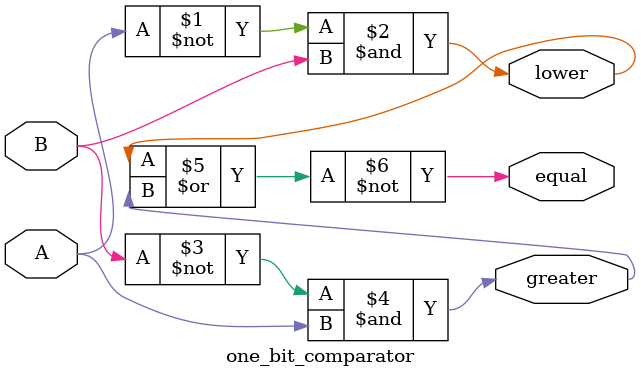
<source format=v>
module one_bit_comparator(A, B, lower, equal, greater);
    
    input A, B;
    output lower, equal, greater;

    //lower => A < B
    //equal => A == B
    //greater => A > B

    and(lower, ~A, B);
    and(greater, ~B, A);
    
    nor(equal, lower, greater);

endmodule


</source>
